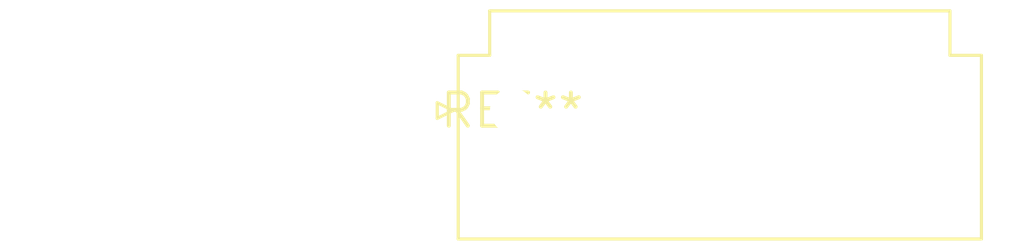
<source format=kicad_pcb>
(kicad_pcb (version 20240108) (generator pcbnew)
  (layers (0 "F.Cu" signal) (31 "B.Cu" signal) (34 "B.Paste" user) (35 "F.Paste" user) (36 "B.SilkS" user "B.Silkscreen") (37 "F.SilkS" user "F.Silkscreen") (38 "B.Mask" user) (39 "F.Mask" user) (44 "Edge.Cuts" user))
  (net 0 "")
  (footprint "JST_VH_B5P-VH_1x05_P3.96mm_Vertical" (layer "F.Cu") (at 0 0)
    (property "Reference" "REF**")
    (property "Value" "JST_VH_B5P-VH_1x05_P3.96mm_Vertical")
    (fp_line (start -2.86 -0.3) (end -2.26 0) (layer "F.SilkS") (stroke (width 0.12)))
    (fp_line (start -2.86 0.3) (end -2.86 -0.3) (layer "F.SilkS") (stroke (width 0.12)))
    (fp_line (start -2.26 0) (end -2.86 0.3) (layer "F.SilkS") (stroke (width 0.12)))
    (fp_line (start -2.06 -2.11) (end -0.86 -2.11) (layer "F.SilkS") (stroke (width 0.12)))
    (fp_line (start -2.06 4.91) (end -2.06 -2.11) (layer "F.SilkS") (stroke (width 0.12)))
    (fp_line (start -0.86 -3.81) (end 16.7 -3.81) (layer "F.SilkS") (stroke (width 0.12)))
    (fp_line (start -0.86 -2.11) (end -0.86 -3.81) (layer "F.SilkS") (stroke (width 0.12)))
    (fp_line (start 16.7 -3.81) (end 16.7 -2.11) (layer "F.SilkS") (stroke (width 0.12)))
    (fp_line (start 16.7 -2.11) (end 17.9 -2.11) (layer "F.SilkS") (stroke (width 0.12)))
    (fp_line (start 17.9 -2.11) (end 17.9 4.91) (layer "F.SilkS") (stroke (width 0.12)))
    (fp_line (start 17.9 4.91) (end -2.06 4.91) (layer "F.SilkS") (stroke (width 0.12)))
    (pad "1" thru_hole roundrect (at 0 0) (size 2.7 2.7) (drill 1.7) (layers *.Cu *.Mask) (remove_unused_layers) (roundrect_rratio 0.092593))
    (pad "2" thru_hole circle (at 3.96 0) (size 2.7 2.7) (drill 1.7) (layers *.Cu *.Mask) (remove_unused_layers))
    (pad "3" thru_hole circle (at 7.92 0) (size 2.7 2.7) (drill 1.7) (layers *.Cu *.Mask) (remove_unused_layers))
    (pad "4" thru_hole circle (at 11.88 0) (size 2.7 2.7) (drill 1.7) (layers *.Cu *.Mask) (remove_unused_layers))
    (pad "5" thru_hole circle (at 15.84 0) (size 2.7 2.7) (drill 1.7) (layers *.Cu *.Mask) (remove_unused_layers))
  )
)
</source>
